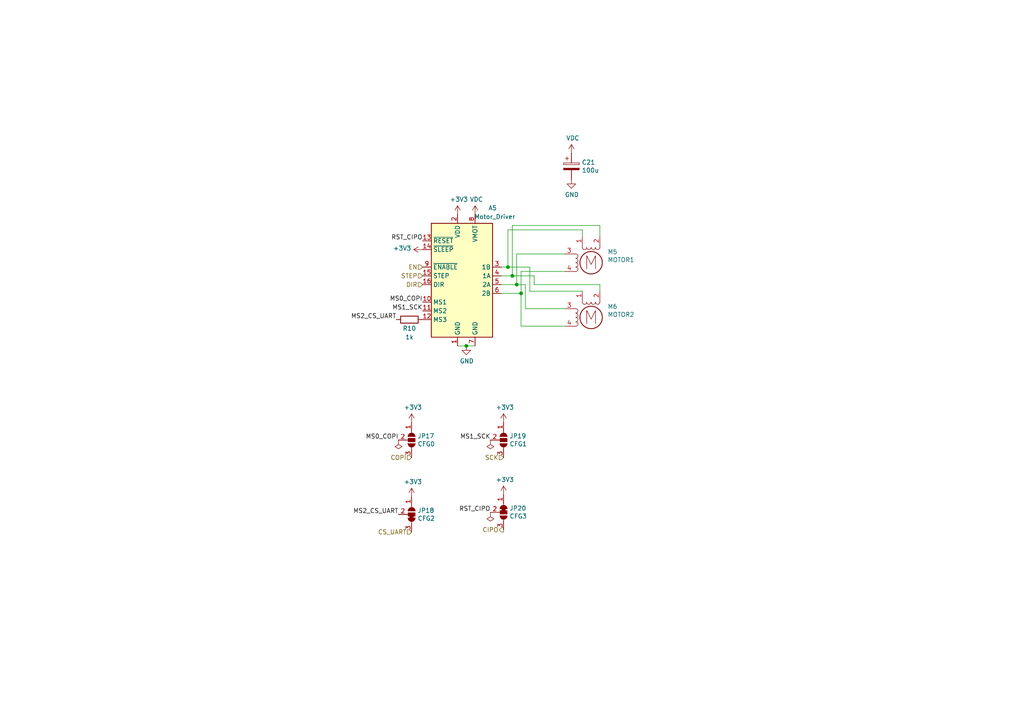
<source format=kicad_sch>
(kicad_sch (version 20211123) (generator eeschema)
  (paper "A4")
  (title_block (title "Index Mobo") (date "2021-02-19") (rev "${version}"))
  (lib_symbols
    (symbol "Device:CP" (pin_numbers hide) (pin_names (offset 0.254))
      (property "Reference" "C" (at 0.635 2.54 0))
      (property "Value" "Device_CP" (at 0.635 -2.54 0))
      (symbol "CP_0_1"
        (rectangle (start -2.286 0.508) (end 2.286 1.016))
        (polyline (pts (xy -1.778 2.286) (xy -0.762 2.286)))
        (polyline (pts (xy -1.27 2.794) (xy -1.27 1.778)))
        (rectangle (start 2.286 -0.508) (end -2.286 -1.016) (fill (type outline)))
      )
      (symbol "CP_1_1"
        (pin passive line (at 0 3.81 270) (length 2.794) (name "~") (number "1"))
        (pin passive line (at 0 -3.81 90) (length 2.794) (name "~") (number "2"))
      )
    )
    (symbol "Device:R" (pin_numbers hide) (pin_names (offset 0))
      (property "Reference" "R" (at 2.032 0 90))
      (property "Value" "R" (at 0 0 90))
      (symbol "R_0_1"
        (rectangle (start -1.016 -2.54) (end 1.016 2.54) (stroke (width 0.254)))
      )
      (symbol "R_1_1"
        (pin passive line (at 0 3.81 270) (length 1.27) (name "~") (number "1"))
        (pin passive line (at 0 -3.81 90) (length 1.27) (name "~") (number "2"))
      )
    )
    (symbol "Driver_Motor:Pololu_Breakout_A4988"
      (property "Reference" "A" (at -2.54 19.05 0))
      (property "Value" "Pololu_Breakout_A4988" (at -2.54 16.51 0))
      (symbol "Pololu_Breakout_A4988_0_1"
        (rectangle (start 10.16 -17.78) (end -7.62 15.24) (stroke (width 0.254)) (fill (type background)))
      )
      (symbol "Pololu_Breakout_A4988_1_1"
        (pin power_in line (at 0 -20.32 90) (length 2.54) (name "GND") (number "1"))
        (pin input line (at -10.16 -7.62 0) (length 2.54) (name "MS1") (number "10"))
        (pin input line (at -10.16 -10.16 0) (length 2.54) (name "MS2") (number "11"))
        (pin input line (at -10.16 -12.7 0) (length 2.54) (name "MS3") (number "12"))
        (pin input line (at -10.16 10.16 0) (length 2.54) (name "~{RESET}") (number "13"))
        (pin input line (at -10.16 7.62 0) (length 2.54) (name "~{SLEEP}") (number "14"))
        (pin input line (at -10.16 0 0) (length 2.54) (name "STEP") (number "15"))
        (pin input line (at -10.16 -2.54 0) (length 2.54) (name "DIR") (number "16"))
        (pin power_in line (at 0 17.78 270) (length 2.54) (name "VDD") (number "2"))
        (pin output line (at 12.7 2.54 180) (length 2.54) (name "1B") (number "3"))
        (pin output line (at 12.7 0 180) (length 2.54) (name "1A") (number "4"))
        (pin output line (at 12.7 -2.54 180) (length 2.54) (name "2A") (number "5"))
        (pin output line (at 12.7 -5.08 180) (length 2.54) (name "2B") (number "6"))
        (pin power_in line (at 5.08 -20.32 90) (length 2.54) (name "GND") (number "7"))
        (pin power_in line (at 5.08 17.78 270) (length 2.54) (name "VMOT") (number "8"))
        (pin input line (at -10.16 2.54 0) (length 2.54) (name "~{ENABLE}") (number "9"))
      )
    )
    (symbol "Jumper:SolderJumper_3_Bridged12" (pin_names (offset 0) hide)
      (property "Reference" "JP" (at -2.54 -2.54 0))
      (property "Value" "SolderJumper_3_Bridged12" (at 0 2.794 0))
      (symbol "SolderJumper_3_Bridged12_0_1"
        (rectangle (start -1.016 0.508) (end -0.508 -0.508) (fill (type outline)))
        (arc (start -1.016 1.016) (mid -2.032 0) (end -1.016 -1.016))
        (arc (start -1.016 1.016) (mid -2.032 0) (end -1.016 -1.016) (fill (type outline)))
        (rectangle (start -0.508 1.016) (end 0.508 -1.016) (fill (type outline)))
        (polyline (pts (xy -2.54 0) (xy -2.032 0)))
        (polyline (pts (xy -1.016 1.016) (xy -1.016 -1.016)))
        (polyline (pts (xy 0 -1.27) (xy 0 -1.016)))
        (polyline (pts (xy 1.016 1.016) (xy 1.016 -1.016)))
        (polyline (pts (xy 2.54 0) (xy 2.032 0)))
        (arc (start 1.016 -1.016) (mid 2.032 0) (end 1.016 1.016))
        (arc (start 1.016 -1.016) (mid 2.032 0) (end 1.016 1.016) (fill (type outline)))
      )
      (symbol "SolderJumper_3_Bridged12_1_1"
        (pin passive line (at -5.08 0 0) (length 2.54) (name "A") (number "1"))
        (pin input line (at 0 -3.81 90) (length 2.54) (name "C") (number "2"))
        (pin passive line (at 5.08 0 180) (length 2.54) (name "B") (number "3"))
      )
    )
    (symbol "Jumper:SolderJumper_3_Open" (pin_names (offset 0) hide)
      (property "Reference" "JP" (at -2.54 -2.54 0))
      (property "Value" "SolderJumper_3_Open" (at 0 2.794 0))
      (symbol "SolderJumper_3_Open_0_1"
        (arc (start -1.016 1.016) (mid -2.032 0) (end -1.016 -1.016))
        (arc (start -1.016 1.016) (mid -2.032 0) (end -1.016 -1.016) (fill (type outline)))
        (rectangle (start -0.508 1.016) (end 0.508 -1.016) (fill (type outline)))
        (polyline (pts (xy -2.54 0) (xy -2.032 0)))
        (polyline (pts (xy -1.016 1.016) (xy -1.016 -1.016)))
        (polyline (pts (xy 0 -1.27) (xy 0 -1.016)))
        (polyline (pts (xy 1.016 1.016) (xy 1.016 -1.016)))
        (polyline (pts (xy 2.54 0) (xy 2.032 0)))
        (arc (start 1.016 -1.016) (mid 2.032 0) (end 1.016 1.016))
        (arc (start 1.016 -1.016) (mid 2.032 0) (end 1.016 1.016) (fill (type outline)))
      )
      (symbol "SolderJumper_3_Open_1_1"
        (pin passive line (at -5.08 0 0) (length 2.54) (name "A") (number "1"))
        (pin input line (at 0 -3.81 90) (length 2.54) (name "C") (number "2"))
        (pin passive line (at 5.08 0 180) (length 2.54) (name "B") (number "3"))
      )
    )
    (symbol "Motor:Stepper_Motor_bipolar" (pin_names (offset 0) hide)
      (property "Reference" "M" (at 3.81 2.54 0))
      (property "Value" "Stepper_Motor_bipolar" (at 3.81 1.27 0))
      (symbol "Stepper_Motor_bipolar_0_0"
        (polyline (pts (xy -1.27 -1.778) (xy -1.27 2.032) (xy 0 -0.508) (xy 1.27 2.032) (xy 1.27 -1.778)))
      )
      (symbol "Stepper_Motor_bipolar_0_1"
        (arc (start -4.445 -2.54) (mid -3.81 -1.905) (end -4.445 -1.27))
        (arc (start -4.445 -1.27) (mid -3.81 -0.635) (end -4.445 0))
        (arc (start -4.445 0) (mid -3.81 0.635) (end -4.445 1.27))
        (arc (start -4.445 1.27) (mid -3.81 1.905) (end -4.445 2.54))
        (arc (start -2.54 4.445) (mid -1.905 3.81) (end -1.27 4.445))
        (arc (start -1.27 4.445) (mid -0.635 3.81) (end 0 4.445))
        (polyline (pts (xy -5.08 -2.54) (xy -4.445 -2.54)))
        (polyline (pts (xy -5.08 2.54) (xy -4.445 2.54)))
        (polyline (pts (xy -2.54 5.08) (xy -2.54 4.445)))
        (polyline (pts (xy 2.54 5.08) (xy 2.54 4.445)))
        (circle (center 0 0) (radius 3.2512) (stroke (width 0.254)))
        (arc (start 0 4.445) (mid 0.635 3.81) (end 1.27 4.445))
        (arc (start 1.27 4.445) (mid 1.905 3.81) (end 2.54 4.445))
      )
      (symbol "Stepper_Motor_bipolar_1_1"
        (pin passive line (at -2.54 7.62 270) (length 2.54) (name "~") (number "1"))
        (pin passive line (at 2.54 7.62 270) (length 2.54) (name "-") (number "2"))
        (pin passive line (at -7.62 2.54 0) (length 2.54) (name "~") (number "3"))
        (pin passive line (at -7.62 -2.54 0) (length 2.54) (name "~") (number "4"))
      )
    )
    (symbol "index:SolderJumper_3_Bridged23" (pin_names (offset 0) hide)
      (property "Reference" "JP" (at -2.54 -2.54 0))
      (property "Value" "SolderJumper_3_Bridged23" (at 0 2.794 0))
      (symbol "SolderJumper_3_Bridged23_0_1"
        (rectangle (start -1.016 0.508) (end -0.508 -0.508) (fill (type outline)))
        (arc (start -1.016 1.016) (mid -2.032 0) (end -1.016 -1.016))
        (arc (start -1.016 1.016) (mid -2.032 0) (end -1.016 -1.016) (fill (type outline)))
        (rectangle (start -0.508 1.016) (end 0.508 -1.016) (fill (type outline)))
        (polyline (pts (xy -2.54 0) (xy -2.032 0)))
        (polyline (pts (xy -1.016 1.016) (xy -1.016 -1.016)))
        (polyline (pts (xy 0 -1.27) (xy 0 -1.016)))
        (polyline (pts (xy 1.016 1.016) (xy 1.016 -1.016)))
        (polyline (pts (xy 2.54 0) (xy 2.032 0)))
        (arc (start 1.016 -1.016) (mid 2.032 0) (end 1.016 1.016))
        (arc (start 1.016 -1.016) (mid 2.032 0) (end 1.016 1.016) (fill (type outline)))
      )
      (symbol "SolderJumper_3_Bridged23_1_1"
        (pin passive line (at 5.08 0 180) (length 2.54) (name "B") (number "1"))
        (pin input line (at 0 -3.81 90) (length 2.54) (name "C") (number "2"))
        (pin passive line (at -5.08 0 0) (length 2.54) (name "A") (number "3"))
      )
    )
    (symbol "power:+3.3V" (power) (pin_names (offset 0))
      (property "Value" "+3.3V" (at 0 3.556 0))
      (symbol "+3.3V_0_1"
        (polyline (pts (xy -0.762 1.27) (xy 0 2.54)))
        (polyline (pts (xy 0 0) (xy 0 2.54)))
        (polyline (pts (xy 0 2.54) (xy 0.762 1.27)))
      )
      (symbol "+3.3V_1_1"
        (pin power_in line (at 0 0 90) (length 0) hide (name "+3V3") (number "1"))
      )
    )
    (symbol "power:+3V3" (power) (pin_names (offset 0))
      (property "Value" "+3V3" (at 0 3.556 0))
      (symbol "+3V3_0_1"
        (polyline (pts (xy -0.762 1.27) (xy 0 2.54)))
        (polyline (pts (xy 0 0) (xy 0 2.54)))
        (polyline (pts (xy 0 2.54) (xy 0.762 1.27)))
      )
      (symbol "+3V3_1_1"
        (pin power_in line (at 0 0 90) (length 0) hide (name "+3V3") (number "1"))
      )
    )
    (symbol "power:GND" (power) (pin_names (offset 0))
      (property "Value" "GND" (at 0 -3.81 0))
      (symbol "GND_0_1"
        (polyline (pts (xy 0 0) (xy 0 -1.27) (xy 1.27 -1.27) (xy 0 -2.54) (xy -1.27 -1.27) (xy 0 -1.27)))
      )
      (symbol "GND_1_1"
        (pin power_in line (at 0 0 270) (length 0) hide (name "GND") (number "1"))
      )
    )
    (symbol "power:PWR_FLAG" (power) (pin_numbers hide) (pin_names (offset 0) hide)
      (property "Value" "PWR_FLAG" (at 0 3.81 0))
      (symbol "PWR_FLAG_0_0"
        (pin power_out line (at 0 0 90) (length 0) (name "pwr") (number "1"))
      )
      (symbol "PWR_FLAG_0_1"
        (polyline (pts (xy 0 0) (xy 0 1.27) (xy -1.016 1.905) (xy 0 2.54) (xy 1.016 1.905) (xy 0 1.27)))
      )
    )
    (symbol "power:VDC" (power) (pin_names (offset 0))
      (property "Value" "VDC" (at 0 6.35 0))
      (symbol "VDC_0_1"
        (polyline (pts (xy -0.762 1.27) (xy 0 2.54)))
        (polyline (pts (xy 0 0) (xy 0 2.54)))
        (polyline (pts (xy 0 2.54) (xy 0.762 1.27)))
      )
      (symbol "VDC_1_1"
        (pin power_in line (at 0 0 90) (length 0) hide (name "VDC") (number "1"))
      )
    )
  )
  (junction (at 149.86 82.55))
  (junction (at 151.13 85.09))
  (junction (at 135.255 100.33))
  (junction (at 147.32 77.47))
  (junction (at 148.59 80.01))
  (wire (pts (xy 147.32 66.675) (xy 168.91 66.675)))
  (wire (pts (xy 152.4 89.535) (xy 163.83 89.535)))
  (wire (pts (xy 151.13 94.615) (xy 163.83 94.615)))
  (wire (pts (xy 153.67 84.455) (xy 168.91 84.455)))
  (wire (pts (xy 132.715 100.33) (xy 135.255 100.33)))
  (wire (pts (xy 148.59 65.405) (xy 173.99 65.405)))
  (wire (pts (xy 151.13 85.09) (xy 151.13 94.615)))
  (wire (pts (xy 173.99 82.55) (xy 173.99 84.455)))
  (wire (pts (xy 151.13 78.74) (xy 151.13 85.09)))
  (wire (pts (xy 147.32 77.47) (xy 153.67 77.47)))
  (wire (pts (xy 135.255 100.33) (xy 137.795 100.33)))
  (wire (pts (xy 153.67 77.47) (xy 153.67 84.455)))
  (wire (pts (xy 168.91 68.58) (xy 168.91 66.675)))
  (wire (pts (xy 148.59 80.01) (xy 154.94 80.01)))
  (wire (pts (xy 145.415 80.01) (xy 148.59 80.01)))
  (wire (pts (xy 163.83 78.74) (xy 151.13 78.74)))
  (wire (pts (xy 145.415 82.55) (xy 149.86 82.55)))
  (wire (pts (xy 149.86 82.55) (xy 149.86 73.66)))
  (wire (pts (xy 154.94 82.55) (xy 154.94 80.01)))
  (wire (pts (xy 148.59 80.01) (xy 148.59 65.405)))
  (wire (pts (xy 173.99 65.405) (xy 173.99 68.58)))
  (wire (pts (xy 147.32 66.675) (xy 147.32 77.47)))
  (wire (pts (xy 149.86 82.55) (xy 152.4 82.55)))
  (wire (pts (xy 145.415 77.47) (xy 147.32 77.47)))
  (wire (pts (xy 152.4 82.55) (xy 152.4 89.535)))
  (wire (pts (xy 145.415 85.09) (xy 151.13 85.09)))
  (wire (pts (xy 173.99 82.55) (xy 154.94 82.55)))
  (wire (pts (xy 149.86 73.66) (xy 163.83 73.66)))
  (label "MS2_CS_UART" (at 114.935 92.71 180))
  (label "RST_CIPO" (at 142.24 148.59 180))
  (label "RST_CIPO" (at 122.555 69.85 180))
  (label "MS2_CS_UART" (at 115.57 149.225 180))
  (label "MS1_SCK" (at 122.555 90.17 180))
  (label "MS0_COPI" (at 122.555 87.63 180))
  (label "MS1_SCK" (at 142.24 127.635 180))
  (label "MS0_COPI" (at 115.57 127.635 180))
  (hierarchical_label "CS_UART" (shape input) (at 119.38 154.305 180))
  (hierarchical_label "DIR" (shape input) (at 122.555 82.55 180))
  (hierarchical_label "SCK" (shape input) (at 146.05 132.715 180))
  (hierarchical_label "EN" (shape input) (at 122.555 77.47 180))
  (hierarchical_label "COPI" (shape input) (at 119.38 132.715 180))
  (hierarchical_label "CIPO" (shape output) (at 146.05 153.67 180))
  (hierarchical_label "STEP" (shape input) (at 122.555 80.01 180))
  (symbol (lib_id "power:+3V3") (at 132.715 62.23 0)
    (property "Reference" "#PWR066" (effects hide))
    (property "Value" "+3V3" (at 133.096 57.8358 0))
  )
  (symbol (lib_id "power:GND") (at 135.255 100.33 0)
    (property "Reference" "#PWR067" (effects hide))
    (property "Value" "GND" (at 135.382 104.7242 0))
  )
  (symbol (lib_id "power:+3.3V") (at 122.555 72.39 90)
    (property "Reference" "#PWR065" (effects hide))
    (property "Value" "+3.3V" (at 119.3038 72.009 90) (effects (justify left)))
  )
  (symbol (lib_id "Motor:Stepper_Motor_bipolar") (at 171.45 92.075 0)
    (property "Reference" "M6" (at 176.2252 88.9254 0) (effects (justify left)))
    (property "Value" "MOTOR2" (at 176.2252 91.2368 0) (effects (justify left)))
    (property "Footprint" "Connector_JST:JST_XH_B4B-XH-A_1x04_P2.50mm_Vertical" (effects hide))
    (property "Datasheet" "http://www.infineon.com/dgdl/Application-Note-TLE8110EE_driving_UniPolarStepperMotor_V1.1.pdf?fileId=db3a30431be39b97011be5d0aa0a00b0" (effects hide))
    (property "LCSC" "C37815" (effects hide))
    (property "JLCPCB" "C37815" (effects hide))
    (property "Digikey" "455-2249-ND" (effects hide))
  )
  (symbol (lib_id "Motor:Stepper_Motor_bipolar") (at 171.45 76.2 0)
    (property "Reference" "M5" (at 176.2252 73.0504 0) (effects (justify left)))
    (property "Value" "MOTOR1" (at 176.2252 75.3618 0) (effects (justify left)))
    (property "Footprint" "Connector_JST:JST_XH_B4B-XH-A_1x04_P2.50mm_Vertical" (effects hide))
    (property "Datasheet" "http://www.infineon.com/dgdl/Application-Note-TLE8110EE_driving_UniPolarStepperMotor_V1.1.pdf?fileId=db3a30431be39b97011be5d0aa0a00b0" (effects hide))
    (property "LCSC" "C37815" (effects hide))
    (property "JLCPCB" "C37815" (effects hide))
    (property "Digikey" "455-2249-ND" (effects hide))
  )
  (symbol (lib_id "Driver_Motor:Pololu_Breakout_A4988") (at 132.715 80.01 0)
    (property "Reference" "A5" (at 142.875 60.325 0))
    (property "Value" "Motor_Driver" (at 143.51 62.865 0))
    (property "Footprint" "Module:Pololu_Breakout-16_15.2x20.3mm" (effects hide))
    (property "Datasheet" "https://www.pololu.com/product/2980/pictures" (effects hide))
  )
  (symbol (lib_id "power:VDC") (at 137.795 62.23 0)
    (property "Reference" "#PWR068" (effects hide))
    (property "Value" "VDC" (at 138.176 57.8358 0))
  )
  (symbol (lib_id "Device:CP") (at 165.735 48.26 0)
    (property "Reference" "C21" (at 168.7322 47.0916 0) (effects (justify left)))
    (property "Value" "100u" (at 168.7322 49.403 0) (effects (justify left)))
    (property "Footprint" "Capacitor_SMD:CP_Elec_6.3x7.7" (effects hide))
    (property "Digikey" "493-2203-1-ND" (effects hide))
    (property "JLCPCB" "C99837" (effects hide))
    (property "LCSC" "C3339" (effects hide))
    (property "Mouser" "647-UWT1V101MCL1S" (effects hide))
    (property "Manufacturer" "s" (effects hide))
  )
  (symbol (lib_id "power:VDC") (at 165.735 44.45 0)
    (property "Reference" "#PWR071" (effects hide))
    (property "Value" "VDC" (at 166.116 40.0558 0))
  )
  (symbol (lib_id "power:GND") (at 165.735 52.07 0)
    (property "Reference" "#PWR072" (effects hide))
    (property "Value" "GND" (at 165.862 56.4642 0))
  )
  (symbol (lib_id "power:+3.3V") (at 146.05 143.51 0)
    (property "Reference" "#PWR070" (effects hide))
    (property "Value" "+3.3V" (at 146.431 139.1158 0))
  )
  (symbol (lib_id "power:+3.3V") (at 119.38 122.555 0)
    (property "Reference" "#PWR063" (effects hide))
    (property "Value" "+3.3V" (at 119.761 118.1608 0))
  )
  (symbol (lib_id "power:+3.3V") (at 146.05 122.555 0)
    (property "Reference" "#PWR069" (effects hide))
    (property "Value" "+3.3V" (at 146.431 118.1608 0))
  )
  (symbol (lib_id "power:+3.3V") (at 119.38 144.145 0)
    (property "Reference" "#PWR064" (effects hide))
    (property "Value" "+3.3V" (at 119.761 139.7508 0))
  )
  (symbol (lib_id "power:PWR_FLAG") (at 142.24 148.59 180)
    (property "Reference" "#FLG018" (effects hide))
    (property "Value" "PWR_FLAG" (effects hide))
  )
  (symbol (lib_id "power:PWR_FLAG") (at 142.24 127.635 180)
    (property "Reference" "#FLG017" (effects hide))
    (property "Value" "PWR_FLAG" (effects hide))
  )
  (symbol (lib_id "power:PWR_FLAG") (at 115.57 127.635 180)
    (property "Reference" "#FLG016" (effects hide))
    (property "Value" "PWR_FLAG" (effects hide))
  )
  (symbol (lib_id "Jumper:SolderJumper_3_Open") (at 119.38 127.635 270)
    (property "Reference" "JP17" (at 121.1072 126.4666 90) (effects (justify left)))
    (property "Value" "CFG0" (at 121.1072 128.778 90) (effects (justify left)))
    (property "Footprint" "Jumper:SolderJumper-3_P1.3mm_Open_RoundedPad1.0x1.5mm" (effects hide))
  )
  (symbol (lib_id "Jumper:SolderJumper_3_Bridged12") (at 146.05 148.59 270)
    (property "Reference" "JP20" (at 147.7772 147.4216 90) (effects (justify left)))
    (property "Value" "CFG3" (at 147.7772 149.733 90) (effects (justify left)))
    (property "Footprint" "Jumper:SolderJumper-3_P1.3mm_Bridged12_RoundedPad1.0x1.5mm" (effects hide))
  )
  (symbol (lib_id "Jumper:SolderJumper_3_Open") (at 146.05 127.635 270)
    (property "Reference" "JP19" (at 147.7772 126.4666 90) (effects (justify left)))
    (property "Value" "CFG1" (at 147.7772 128.778 90) (effects (justify left)))
    (property "Footprint" "Jumper:SolderJumper-3_P1.3mm_Open_RoundedPad1.0x1.5mm" (effects hide))
  )
  (symbol (lib_id "Device:R") (at 118.745 92.71 270)
    (property "Reference" "R10" (at 118.745 95.25 90))
    (property "Value" "1k" (at 118.745 97.79 90))
    (property "Footprint" "Resistor_SMD:R_0805_2012Metric" (effects hide))
    (property "JLCPCB" "C17513" (effects hide))
    (property "LCSC" "C17513" (effects hide))
  )
  (symbol (lib_id "index:SolderJumper_3_Bridged23") (at 119.38 149.225 270) (mirror x)
    (property "Reference" "JP18" (at 121.1072 148.0566 90) (effects (justify left)))
    (property "Value" "CFG2" (at 121.1072 150.368 90) (effects (justify left)))
    (property "Footprint" "index:SolderJumper-3_P1.3mm_Bridged23_RoundedPad1.0x1.5mm" (effects hide))
  )
)
</source>
